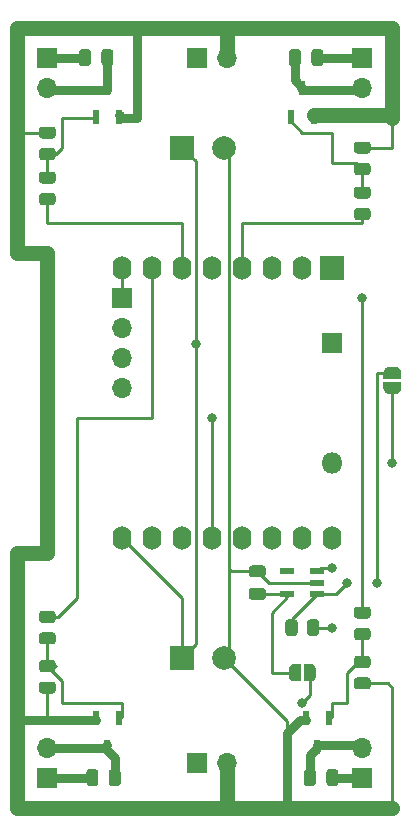
<source format=gbr>
%TF.GenerationSoftware,KiCad,Pcbnew,5.1.7-a382d34a8~88~ubuntu18.04.1*%
%TF.CreationDate,2021-04-15T09:54:52+03:00*%
%TF.ProjectId,quadimodo_pcb,71756164-696d-46f6-946f-5f7063622e6b,rev?*%
%TF.SameCoordinates,Original*%
%TF.FileFunction,Copper,L1,Top*%
%TF.FilePolarity,Positive*%
%FSLAX46Y46*%
G04 Gerber Fmt 4.6, Leading zero omitted, Abs format (unit mm)*
G04 Created by KiCad (PCBNEW 5.1.7-a382d34a8~88~ubuntu18.04.1) date 2021-04-15 09:54:52*
%MOMM*%
%LPD*%
G01*
G04 APERTURE LIST*
%TA.AperFunction,SMDPad,CuDef*%
%ADD10R,0.600000X1.200000*%
%TD*%
%TA.AperFunction,SMDPad,CuDef*%
%ADD11C,0.100000*%
%TD*%
%TA.AperFunction,SMDPad,CuDef*%
%ADD12R,1.210000X0.590000*%
%TD*%
%TA.AperFunction,ComponentPad*%
%ADD13O,1.700000X1.700000*%
%TD*%
%TA.AperFunction,ComponentPad*%
%ADD14R,1.700000X1.700000*%
%TD*%
%TA.AperFunction,ComponentPad*%
%ADD15O,1.600000X2.000000*%
%TD*%
%TA.AperFunction,ComponentPad*%
%ADD16R,2.000000X2.000000*%
%TD*%
%TA.AperFunction,ComponentPad*%
%ADD17C,2.000000*%
%TD*%
%TA.AperFunction,ComponentPad*%
%ADD18O,1.800000X1.800000*%
%TD*%
%TA.AperFunction,ComponentPad*%
%ADD19R,1.800000X1.800000*%
%TD*%
%TA.AperFunction,ViaPad*%
%ADD20C,0.800000*%
%TD*%
%TA.AperFunction,Conductor*%
%ADD21C,0.250000*%
%TD*%
%TA.AperFunction,Conductor*%
%ADD22C,0.780000*%
%TD*%
%TA.AperFunction,Conductor*%
%ADD23C,1.270000*%
%TD*%
G04 APERTURE END LIST*
D10*
%TO.P,Q4,1*%
%TO.N,Net-(Q4-Pad1)*%
X33340000Y-34270000D03*
%TO.P,Q4,2*%
%TO.N,GND*%
X35240000Y-34270000D03*
%TO.P,Q4,3*%
%TO.N,Net-(C7-Pad1)*%
X34290000Y-31770000D03*
%TD*%
%TO.P,Q3,1*%
%TO.N,Net-(Q3-Pad1)*%
X35240000Y-85110000D03*
%TO.P,Q3,2*%
%TO.N,GND*%
X33340000Y-85110000D03*
%TO.P,Q3,3*%
%TO.N,Net-(C6-Pad1)*%
X34290000Y-87610000D03*
%TD*%
%TO.P,Q2,1*%
%TO.N,Net-(Q2-Pad1)*%
X49850000Y-34270000D03*
%TO.P,Q2,2*%
%TO.N,GND*%
X51750000Y-34270000D03*
%TO.P,Q2,3*%
%TO.N,Net-(C5-Pad1)*%
X50800000Y-31770000D03*
%TD*%
%TO.P,Q1,1*%
%TO.N,Net-(Q1-Pad1)*%
X53020000Y-85110000D03*
%TO.P,Q1,2*%
%TO.N,GND*%
X51120000Y-85110000D03*
%TO.P,Q1,3*%
%TO.N,Net-(C4-Pad1)*%
X52070000Y-87610000D03*
%TD*%
%TA.AperFunction,SMDPad,CuDef*%
D11*
%TO.P,JP1,2*%
%TO.N,Net-(C2-Pad1)*%
G36*
X50150000Y-82029398D02*
G01*
X50125466Y-82029398D01*
X50076635Y-82024588D01*
X50028510Y-82015016D01*
X49981555Y-82000772D01*
X49936222Y-81981995D01*
X49892949Y-81958864D01*
X49852150Y-81931604D01*
X49814221Y-81900476D01*
X49779524Y-81865779D01*
X49748396Y-81827850D01*
X49721136Y-81787051D01*
X49698005Y-81743778D01*
X49679228Y-81698445D01*
X49664984Y-81651490D01*
X49655412Y-81603365D01*
X49650602Y-81554534D01*
X49650602Y-81530000D01*
X49650000Y-81530000D01*
X49650000Y-81030000D01*
X49650602Y-81030000D01*
X49650602Y-81005466D01*
X49655412Y-80956635D01*
X49664984Y-80908510D01*
X49679228Y-80861555D01*
X49698005Y-80816222D01*
X49721136Y-80772949D01*
X49748396Y-80732150D01*
X49779524Y-80694221D01*
X49814221Y-80659524D01*
X49852150Y-80628396D01*
X49892949Y-80601136D01*
X49936222Y-80578005D01*
X49981555Y-80559228D01*
X50028510Y-80544984D01*
X50076635Y-80535412D01*
X50125466Y-80530602D01*
X50150000Y-80530602D01*
X50150000Y-80530000D01*
X50650000Y-80530000D01*
X50650000Y-82030000D01*
X50150000Y-82030000D01*
X50150000Y-82029398D01*
G37*
%TD.AperFunction*%
%TA.AperFunction,SMDPad,CuDef*%
%TO.P,JP1,1*%
%TO.N,Net-(J2-Pad1)*%
G36*
X50950000Y-80530000D02*
G01*
X51450000Y-80530000D01*
X51450000Y-80530602D01*
X51474534Y-80530602D01*
X51523365Y-80535412D01*
X51571490Y-80544984D01*
X51618445Y-80559228D01*
X51663778Y-80578005D01*
X51707051Y-80601136D01*
X51747850Y-80628396D01*
X51785779Y-80659524D01*
X51820476Y-80694221D01*
X51851604Y-80732150D01*
X51878864Y-80772949D01*
X51901995Y-80816222D01*
X51920772Y-80861555D01*
X51935016Y-80908510D01*
X51944588Y-80956635D01*
X51949398Y-81005466D01*
X51949398Y-81030000D01*
X51950000Y-81030000D01*
X51950000Y-81530000D01*
X51949398Y-81530000D01*
X51949398Y-81554534D01*
X51944588Y-81603365D01*
X51935016Y-81651490D01*
X51920772Y-81698445D01*
X51901995Y-81743778D01*
X51878864Y-81787051D01*
X51851604Y-81827850D01*
X51820476Y-81865779D01*
X51785779Y-81900476D01*
X51747850Y-81931604D01*
X51707051Y-81958864D01*
X51663778Y-81981995D01*
X51618445Y-82000772D01*
X51571490Y-82015016D01*
X51523365Y-82024588D01*
X51474534Y-82029398D01*
X51450000Y-82029398D01*
X51450000Y-82030000D01*
X50950000Y-82030000D01*
X50950000Y-80530000D01*
G37*
%TD.AperFunction*%
%TD*%
%TA.AperFunction,SMDPad,CuDef*%
%TO.P,JP2,2*%
%TO.N,Net-(JP2-Pad2)*%
G36*
X57670602Y-55880000D02*
G01*
X57670602Y-55855466D01*
X57675412Y-55806635D01*
X57684984Y-55758510D01*
X57699228Y-55711555D01*
X57718005Y-55666222D01*
X57741136Y-55622949D01*
X57768396Y-55582150D01*
X57799524Y-55544221D01*
X57834221Y-55509524D01*
X57872150Y-55478396D01*
X57912949Y-55451136D01*
X57956222Y-55428005D01*
X58001555Y-55409228D01*
X58048510Y-55394984D01*
X58096635Y-55385412D01*
X58145466Y-55380602D01*
X58170000Y-55380602D01*
X58170000Y-55380000D01*
X58670000Y-55380000D01*
X58670000Y-55380602D01*
X58694534Y-55380602D01*
X58743365Y-55385412D01*
X58791490Y-55394984D01*
X58838445Y-55409228D01*
X58883778Y-55428005D01*
X58927051Y-55451136D01*
X58967850Y-55478396D01*
X59005779Y-55509524D01*
X59040476Y-55544221D01*
X59071604Y-55582150D01*
X59098864Y-55622949D01*
X59121995Y-55666222D01*
X59140772Y-55711555D01*
X59155016Y-55758510D01*
X59164588Y-55806635D01*
X59169398Y-55855466D01*
X59169398Y-55880000D01*
X59170000Y-55880000D01*
X59170000Y-56380000D01*
X57670000Y-56380000D01*
X57670000Y-55880000D01*
X57670602Y-55880000D01*
G37*
%TD.AperFunction*%
%TA.AperFunction,SMDPad,CuDef*%
%TO.P,JP2,1*%
%TO.N,Net-(C4-Pad2)*%
G36*
X59170000Y-56680000D02*
G01*
X59170000Y-57180000D01*
X59169398Y-57180000D01*
X59169398Y-57204534D01*
X59164588Y-57253365D01*
X59155016Y-57301490D01*
X59140772Y-57348445D01*
X59121995Y-57393778D01*
X59098864Y-57437051D01*
X59071604Y-57477850D01*
X59040476Y-57515779D01*
X59005779Y-57550476D01*
X58967850Y-57581604D01*
X58927051Y-57608864D01*
X58883778Y-57631995D01*
X58838445Y-57650772D01*
X58791490Y-57665016D01*
X58743365Y-57674588D01*
X58694534Y-57679398D01*
X58670000Y-57679398D01*
X58670000Y-57680000D01*
X58170000Y-57680000D01*
X58170000Y-57679398D01*
X58145466Y-57679398D01*
X58096635Y-57674588D01*
X58048510Y-57665016D01*
X58001555Y-57650772D01*
X57956222Y-57631995D01*
X57912949Y-57608864D01*
X57872150Y-57581604D01*
X57834221Y-57550476D01*
X57799524Y-57515779D01*
X57768396Y-57477850D01*
X57741136Y-57437051D01*
X57718005Y-57393778D01*
X57699228Y-57348445D01*
X57684984Y-57301490D01*
X57675412Y-57253365D01*
X57670602Y-57204534D01*
X57670602Y-57180000D01*
X57670000Y-57180000D01*
X57670000Y-56680000D01*
X59170000Y-56680000D01*
G37*
%TD.AperFunction*%
%TD*%
D12*
%TO.P,U2,1*%
%TO.N,Net-(JP2-Pad2)*%
X52055000Y-74610000D03*
%TO.P,U2,2*%
%TO.N,GND*%
X52055000Y-73660000D03*
%TO.P,U2,3*%
%TO.N,Net-(R9-Pad2)*%
X52055000Y-72710000D03*
%TO.P,U2,4*%
%TO.N,N/C*%
X49545000Y-72710000D03*
%TO.P,U2,5*%
%TO.N,Net-(C2-Pad1)*%
X49545000Y-74610000D03*
%TD*%
%TO.P,R9,2*%
%TO.N,Net-(R9-Pad2)*%
%TA.AperFunction,SMDPad,CuDef*%
G36*
G01*
X51200000Y-77920002D02*
X51200000Y-77019998D01*
G75*
G02*
X51449998Y-76770000I249998J0D01*
G01*
X51975002Y-76770000D01*
G75*
G02*
X52225000Y-77019998I0J-249998D01*
G01*
X52225000Y-77920002D01*
G75*
G02*
X51975002Y-78170000I-249998J0D01*
G01*
X51449998Y-78170000D01*
G75*
G02*
X51200000Y-77920002I0J249998D01*
G01*
G37*
%TD.AperFunction*%
%TO.P,R9,1*%
%TO.N,Net-(JP2-Pad2)*%
%TA.AperFunction,SMDPad,CuDef*%
G36*
G01*
X49375000Y-77920002D02*
X49375000Y-77019998D01*
G75*
G02*
X49624998Y-76770000I249998J0D01*
G01*
X50150002Y-76770000D01*
G75*
G02*
X50400000Y-77019998I0J-249998D01*
G01*
X50400000Y-77920002D01*
G75*
G02*
X50150002Y-78170000I-249998J0D01*
G01*
X49624998Y-78170000D01*
G75*
G02*
X49375000Y-77920002I0J249998D01*
G01*
G37*
%TD.AperFunction*%
%TD*%
D13*
%TO.P,J7,2*%
%TO.N,GND*%
X44450000Y-29210000D03*
D14*
%TO.P,J7,1*%
%TO.N,Net-(C4-Pad2)*%
X41910000Y-29210000D03*
%TD*%
%TO.P,C7,2*%
%TO.N,Net-(C4-Pad2)*%
%TA.AperFunction,SMDPad,CuDef*%
G36*
G01*
X32890000Y-28735000D02*
X32890000Y-29685000D01*
G75*
G02*
X32640000Y-29935000I-250000J0D01*
G01*
X32140000Y-29935000D01*
G75*
G02*
X31890000Y-29685000I0J250000D01*
G01*
X31890000Y-28735000D01*
G75*
G02*
X32140000Y-28485000I250000J0D01*
G01*
X32640000Y-28485000D01*
G75*
G02*
X32890000Y-28735000I0J-250000D01*
G01*
G37*
%TD.AperFunction*%
%TO.P,C7,1*%
%TO.N,Net-(C7-Pad1)*%
%TA.AperFunction,SMDPad,CuDef*%
G36*
G01*
X34790000Y-28735000D02*
X34790000Y-29685000D01*
G75*
G02*
X34540000Y-29935000I-250000J0D01*
G01*
X34040000Y-29935000D01*
G75*
G02*
X33790000Y-29685000I0J250000D01*
G01*
X33790000Y-28735000D01*
G75*
G02*
X34040000Y-28485000I250000J0D01*
G01*
X34540000Y-28485000D01*
G75*
G02*
X34790000Y-28735000I0J-250000D01*
G01*
G37*
%TD.AperFunction*%
%TD*%
%TO.P,C6,2*%
%TO.N,Net-(C4-Pad2)*%
%TA.AperFunction,SMDPad,CuDef*%
G36*
G01*
X33520000Y-89695000D02*
X33520000Y-90645000D01*
G75*
G02*
X33270000Y-90895000I-250000J0D01*
G01*
X32770000Y-90895000D01*
G75*
G02*
X32520000Y-90645000I0J250000D01*
G01*
X32520000Y-89695000D01*
G75*
G02*
X32770000Y-89445000I250000J0D01*
G01*
X33270000Y-89445000D01*
G75*
G02*
X33520000Y-89695000I0J-250000D01*
G01*
G37*
%TD.AperFunction*%
%TO.P,C6,1*%
%TO.N,Net-(C6-Pad1)*%
%TA.AperFunction,SMDPad,CuDef*%
G36*
G01*
X35420000Y-89695000D02*
X35420000Y-90645000D01*
G75*
G02*
X35170000Y-90895000I-250000J0D01*
G01*
X34670000Y-90895000D01*
G75*
G02*
X34420000Y-90645000I0J250000D01*
G01*
X34420000Y-89695000D01*
G75*
G02*
X34670000Y-89445000I250000J0D01*
G01*
X35170000Y-89445000D01*
G75*
G02*
X35420000Y-89695000I0J-250000D01*
G01*
G37*
%TD.AperFunction*%
%TD*%
%TO.P,C5,2*%
%TO.N,Net-(C4-Pad2)*%
%TA.AperFunction,SMDPad,CuDef*%
G36*
G01*
X51570000Y-29685000D02*
X51570000Y-28735000D01*
G75*
G02*
X51820000Y-28485000I250000J0D01*
G01*
X52320000Y-28485000D01*
G75*
G02*
X52570000Y-28735000I0J-250000D01*
G01*
X52570000Y-29685000D01*
G75*
G02*
X52320000Y-29935000I-250000J0D01*
G01*
X51820000Y-29935000D01*
G75*
G02*
X51570000Y-29685000I0J250000D01*
G01*
G37*
%TD.AperFunction*%
%TO.P,C5,1*%
%TO.N,Net-(C5-Pad1)*%
%TA.AperFunction,SMDPad,CuDef*%
G36*
G01*
X49670000Y-29685000D02*
X49670000Y-28735000D01*
G75*
G02*
X49920000Y-28485000I250000J0D01*
G01*
X50420000Y-28485000D01*
G75*
G02*
X50670000Y-28735000I0J-250000D01*
G01*
X50670000Y-29685000D01*
G75*
G02*
X50420000Y-29935000I-250000J0D01*
G01*
X49920000Y-29935000D01*
G75*
G02*
X49670000Y-29685000I0J250000D01*
G01*
G37*
%TD.AperFunction*%
%TD*%
%TO.P,C4,2*%
%TO.N,Net-(C4-Pad2)*%
%TA.AperFunction,SMDPad,CuDef*%
G36*
G01*
X52840000Y-90645000D02*
X52840000Y-89695000D01*
G75*
G02*
X53090000Y-89445000I250000J0D01*
G01*
X53590000Y-89445000D01*
G75*
G02*
X53840000Y-89695000I0J-250000D01*
G01*
X53840000Y-90645000D01*
G75*
G02*
X53590000Y-90895000I-250000J0D01*
G01*
X53090000Y-90895000D01*
G75*
G02*
X52840000Y-90645000I0J250000D01*
G01*
G37*
%TD.AperFunction*%
%TO.P,C4,1*%
%TO.N,Net-(C4-Pad1)*%
%TA.AperFunction,SMDPad,CuDef*%
G36*
G01*
X50940000Y-90645000D02*
X50940000Y-89695000D01*
G75*
G02*
X51190000Y-89445000I250000J0D01*
G01*
X51690000Y-89445000D01*
G75*
G02*
X51940000Y-89695000I0J-250000D01*
G01*
X51940000Y-90645000D01*
G75*
G02*
X51690000Y-90895000I-250000J0D01*
G01*
X51190000Y-90895000D01*
G75*
G02*
X50940000Y-90645000I0J250000D01*
G01*
G37*
%TD.AperFunction*%
%TD*%
%TO.P,C2,2*%
%TO.N,GND*%
%TA.AperFunction,SMDPad,CuDef*%
G36*
G01*
X47465000Y-73210000D02*
X46515000Y-73210000D01*
G75*
G02*
X46265000Y-72960000I0J250000D01*
G01*
X46265000Y-72460000D01*
G75*
G02*
X46515000Y-72210000I250000J0D01*
G01*
X47465000Y-72210000D01*
G75*
G02*
X47715000Y-72460000I0J-250000D01*
G01*
X47715000Y-72960000D01*
G75*
G02*
X47465000Y-73210000I-250000J0D01*
G01*
G37*
%TD.AperFunction*%
%TO.P,C2,1*%
%TO.N,Net-(C2-Pad1)*%
%TA.AperFunction,SMDPad,CuDef*%
G36*
G01*
X47465000Y-75110000D02*
X46515000Y-75110000D01*
G75*
G02*
X46265000Y-74860000I0J250000D01*
G01*
X46265000Y-74360000D01*
G75*
G02*
X46515000Y-74110000I250000J0D01*
G01*
X47465000Y-74110000D01*
G75*
G02*
X47715000Y-74360000I0J-250000D01*
G01*
X47715000Y-74860000D01*
G75*
G02*
X47465000Y-75110000I-250000J0D01*
G01*
G37*
%TD.AperFunction*%
%TD*%
D15*
%TO.P,U1,16*%
%TO.N,Net-(U1-Pad16)*%
X53340000Y-69850000D03*
%TO.P,U1,15*%
%TO.N,Net-(U1-Pad15)*%
X50800000Y-69850000D03*
%TO.P,U1,14*%
%TO.N,Net-(J2-Pad3)*%
X48260000Y-69850000D03*
%TO.P,U1,13*%
%TO.N,Net-(J2-Pad4)*%
X45720000Y-69850000D03*
%TO.P,U1,12*%
%TO.N,Net-(J2-Pad2)*%
X43180000Y-69850000D03*
%TO.P,U1,11*%
%TO.N,Net-(U1-Pad11)*%
X40640000Y-69850000D03*
%TO.P,U1,10*%
%TO.N,GND*%
X38100000Y-69850000D03*
%TO.P,U1,9*%
%TO.N,Net-(C1-Pad1)*%
X35560000Y-69850000D03*
%TO.P,U1,8*%
%TO.N,Net-(J2-Pad1)*%
X35560000Y-46990000D03*
%TO.P,U1,7*%
%TO.N,Net-(R4-Pad2)*%
X38100000Y-46990000D03*
%TO.P,U1,6*%
%TO.N,Net-(R7-Pad2)*%
X40640000Y-46990000D03*
%TO.P,U1,5*%
%TO.N,Net-(R1-Pad2)*%
X43180000Y-46990000D03*
%TO.P,U1,4*%
%TO.N,Net-(R3-Pad2)*%
X45720000Y-46990000D03*
%TO.P,U1,3*%
%TO.N,Net-(U1-Pad3)*%
X48260000Y-46990000D03*
D16*
%TO.P,U1,1*%
%TO.N,Net-(U1-Pad1)*%
X53340000Y-46990000D03*
D15*
%TO.P,U1,2*%
%TO.N,Net-(U1-Pad2)*%
X50800000Y-46990000D03*
%TD*%
D17*
%TO.P,C1,2*%
%TO.N,GND*%
X44140000Y-36830000D03*
D16*
%TO.P,C1,1*%
%TO.N,Net-(C1-Pad1)*%
X40640000Y-36830000D03*
%TD*%
D13*
%TO.P,J6,2*%
%TO.N,Net-(C7-Pad1)*%
X29210000Y-31750000D03*
D14*
%TO.P,J6,1*%
%TO.N,Net-(C4-Pad2)*%
X29210000Y-29210000D03*
%TD*%
D13*
%TO.P,J5,2*%
%TO.N,Net-(C6-Pad1)*%
X29210000Y-87630000D03*
D14*
%TO.P,J5,1*%
%TO.N,Net-(C4-Pad2)*%
X29210000Y-90170000D03*
%TD*%
D13*
%TO.P,J4,2*%
%TO.N,Net-(C5-Pad1)*%
X55880000Y-31750000D03*
D14*
%TO.P,J4,1*%
%TO.N,Net-(C4-Pad2)*%
X55880000Y-29210000D03*
%TD*%
D13*
%TO.P,J3,2*%
%TO.N,Net-(C4-Pad1)*%
X55880000Y-87630000D03*
D14*
%TO.P,J3,1*%
%TO.N,Net-(C4-Pad2)*%
X55880000Y-90170000D03*
%TD*%
D13*
%TO.P,J2,4*%
%TO.N,Net-(J2-Pad4)*%
X35560000Y-57150000D03*
%TO.P,J2,3*%
%TO.N,Net-(J2-Pad3)*%
X35560000Y-54610000D03*
%TO.P,J2,2*%
%TO.N,Net-(J2-Pad2)*%
X35560000Y-52070000D03*
D14*
%TO.P,J2,1*%
%TO.N,Net-(J2-Pad1)*%
X35560000Y-49530000D03*
%TD*%
D13*
%TO.P,J1,2*%
%TO.N,GND*%
X44450000Y-88900000D03*
D14*
%TO.P,J1,1*%
%TO.N,Net-(C4-Pad2)*%
X41910000Y-88900000D03*
%TD*%
%TO.P,R8,2*%
%TO.N,GND*%
%TA.AperFunction,SMDPad,CuDef*%
G36*
G01*
X29660002Y-36072500D02*
X28759998Y-36072500D01*
G75*
G02*
X28510000Y-35822502I0J249998D01*
G01*
X28510000Y-35297498D01*
G75*
G02*
X28759998Y-35047500I249998J0D01*
G01*
X29660002Y-35047500D01*
G75*
G02*
X29910000Y-35297498I0J-249998D01*
G01*
X29910000Y-35822502D01*
G75*
G02*
X29660002Y-36072500I-249998J0D01*
G01*
G37*
%TD.AperFunction*%
%TO.P,R8,1*%
%TO.N,Net-(Q4-Pad1)*%
%TA.AperFunction,SMDPad,CuDef*%
G36*
G01*
X29660002Y-37897500D02*
X28759998Y-37897500D01*
G75*
G02*
X28510000Y-37647502I0J249998D01*
G01*
X28510000Y-37122498D01*
G75*
G02*
X28759998Y-36872500I249998J0D01*
G01*
X29660002Y-36872500D01*
G75*
G02*
X29910000Y-37122498I0J-249998D01*
G01*
X29910000Y-37647502D01*
G75*
G02*
X29660002Y-37897500I-249998J0D01*
G01*
G37*
%TD.AperFunction*%
%TD*%
%TO.P,R7,2*%
%TO.N,Net-(R7-Pad2)*%
%TA.AperFunction,SMDPad,CuDef*%
G36*
G01*
X28759998Y-40682500D02*
X29660002Y-40682500D01*
G75*
G02*
X29910000Y-40932498I0J-249998D01*
G01*
X29910000Y-41457502D01*
G75*
G02*
X29660002Y-41707500I-249998J0D01*
G01*
X28759998Y-41707500D01*
G75*
G02*
X28510000Y-41457502I0J249998D01*
G01*
X28510000Y-40932498D01*
G75*
G02*
X28759998Y-40682500I249998J0D01*
G01*
G37*
%TD.AperFunction*%
%TO.P,R7,1*%
%TO.N,Net-(Q4-Pad1)*%
%TA.AperFunction,SMDPad,CuDef*%
G36*
G01*
X28759998Y-38857500D02*
X29660002Y-38857500D01*
G75*
G02*
X29910000Y-39107498I0J-249998D01*
G01*
X29910000Y-39632502D01*
G75*
G02*
X29660002Y-39882500I-249998J0D01*
G01*
X28759998Y-39882500D01*
G75*
G02*
X28510000Y-39632502I0J249998D01*
G01*
X28510000Y-39107498D01*
G75*
G02*
X28759998Y-38857500I249998J0D01*
G01*
G37*
%TD.AperFunction*%
%TD*%
%TO.P,R6,2*%
%TO.N,GND*%
%TA.AperFunction,SMDPad,CuDef*%
G36*
G01*
X28759998Y-82037500D02*
X29660002Y-82037500D01*
G75*
G02*
X29910000Y-82287498I0J-249998D01*
G01*
X29910000Y-82812502D01*
G75*
G02*
X29660002Y-83062500I-249998J0D01*
G01*
X28759998Y-83062500D01*
G75*
G02*
X28510000Y-82812502I0J249998D01*
G01*
X28510000Y-82287498D01*
G75*
G02*
X28759998Y-82037500I249998J0D01*
G01*
G37*
%TD.AperFunction*%
%TO.P,R6,1*%
%TO.N,Net-(Q3-Pad1)*%
%TA.AperFunction,SMDPad,CuDef*%
G36*
G01*
X28759998Y-80212500D02*
X29660002Y-80212500D01*
G75*
G02*
X29910000Y-80462498I0J-249998D01*
G01*
X29910000Y-80987502D01*
G75*
G02*
X29660002Y-81237500I-249998J0D01*
G01*
X28759998Y-81237500D01*
G75*
G02*
X28510000Y-80987502I0J249998D01*
G01*
X28510000Y-80462498D01*
G75*
G02*
X28759998Y-80212500I249998J0D01*
G01*
G37*
%TD.AperFunction*%
%TD*%
%TO.P,R5,2*%
%TO.N,GND*%
%TA.AperFunction,SMDPad,CuDef*%
G36*
G01*
X56330002Y-37342500D02*
X55429998Y-37342500D01*
G75*
G02*
X55180000Y-37092502I0J249998D01*
G01*
X55180000Y-36567498D01*
G75*
G02*
X55429998Y-36317500I249998J0D01*
G01*
X56330002Y-36317500D01*
G75*
G02*
X56580000Y-36567498I0J-249998D01*
G01*
X56580000Y-37092502D01*
G75*
G02*
X56330002Y-37342500I-249998J0D01*
G01*
G37*
%TD.AperFunction*%
%TO.P,R5,1*%
%TO.N,Net-(Q2-Pad1)*%
%TA.AperFunction,SMDPad,CuDef*%
G36*
G01*
X56330002Y-39167500D02*
X55429998Y-39167500D01*
G75*
G02*
X55180000Y-38917502I0J249998D01*
G01*
X55180000Y-38392498D01*
G75*
G02*
X55429998Y-38142500I249998J0D01*
G01*
X56330002Y-38142500D01*
G75*
G02*
X56580000Y-38392498I0J-249998D01*
G01*
X56580000Y-38917502D01*
G75*
G02*
X56330002Y-39167500I-249998J0D01*
G01*
G37*
%TD.AperFunction*%
%TD*%
%TO.P,R4,2*%
%TO.N,Net-(R4-Pad2)*%
%TA.AperFunction,SMDPad,CuDef*%
G36*
G01*
X29660002Y-77070000D02*
X28759998Y-77070000D01*
G75*
G02*
X28510000Y-76820002I0J249998D01*
G01*
X28510000Y-76294998D01*
G75*
G02*
X28759998Y-76045000I249998J0D01*
G01*
X29660002Y-76045000D01*
G75*
G02*
X29910000Y-76294998I0J-249998D01*
G01*
X29910000Y-76820002D01*
G75*
G02*
X29660002Y-77070000I-249998J0D01*
G01*
G37*
%TD.AperFunction*%
%TO.P,R4,1*%
%TO.N,Net-(Q3-Pad1)*%
%TA.AperFunction,SMDPad,CuDef*%
G36*
G01*
X29660002Y-78895000D02*
X28759998Y-78895000D01*
G75*
G02*
X28510000Y-78645002I0J249998D01*
G01*
X28510000Y-78119998D01*
G75*
G02*
X28759998Y-77870000I249998J0D01*
G01*
X29660002Y-77870000D01*
G75*
G02*
X29910000Y-78119998I0J-249998D01*
G01*
X29910000Y-78645002D01*
G75*
G02*
X29660002Y-78895000I-249998J0D01*
G01*
G37*
%TD.AperFunction*%
%TD*%
%TO.P,R3,2*%
%TO.N,Net-(R3-Pad2)*%
%TA.AperFunction,SMDPad,CuDef*%
G36*
G01*
X55429998Y-41952500D02*
X56330002Y-41952500D01*
G75*
G02*
X56580000Y-42202498I0J-249998D01*
G01*
X56580000Y-42727502D01*
G75*
G02*
X56330002Y-42977500I-249998J0D01*
G01*
X55429998Y-42977500D01*
G75*
G02*
X55180000Y-42727502I0J249998D01*
G01*
X55180000Y-42202498D01*
G75*
G02*
X55429998Y-41952500I249998J0D01*
G01*
G37*
%TD.AperFunction*%
%TO.P,R3,1*%
%TO.N,Net-(Q2-Pad1)*%
%TA.AperFunction,SMDPad,CuDef*%
G36*
G01*
X55429998Y-40127500D02*
X56330002Y-40127500D01*
G75*
G02*
X56580000Y-40377498I0J-249998D01*
G01*
X56580000Y-40902502D01*
G75*
G02*
X56330002Y-41152500I-249998J0D01*
G01*
X55429998Y-41152500D01*
G75*
G02*
X55180000Y-40902502I0J249998D01*
G01*
X55180000Y-40377498D01*
G75*
G02*
X55429998Y-40127500I249998J0D01*
G01*
G37*
%TD.AperFunction*%
%TD*%
D18*
%TO.P,D1,2*%
%TO.N,Net-(C4-Pad2)*%
X53340000Y-63500000D03*
D19*
%TO.P,D1,1*%
%TO.N,Net-(C1-Pad1)*%
X53340000Y-53340000D03*
%TD*%
D17*
%TO.P,C3,2*%
%TO.N,GND*%
X44140000Y-80010000D03*
D16*
%TO.P,C3,1*%
%TO.N,Net-(C1-Pad1)*%
X40640000Y-80010000D03*
%TD*%
%TO.P,R2,2*%
%TO.N,GND*%
%TA.AperFunction,SMDPad,CuDef*%
G36*
G01*
X55429998Y-81680000D02*
X56330002Y-81680000D01*
G75*
G02*
X56580000Y-81929998I0J-249998D01*
G01*
X56580000Y-82455002D01*
G75*
G02*
X56330002Y-82705000I-249998J0D01*
G01*
X55429998Y-82705000D01*
G75*
G02*
X55180000Y-82455002I0J249998D01*
G01*
X55180000Y-81929998D01*
G75*
G02*
X55429998Y-81680000I249998J0D01*
G01*
G37*
%TD.AperFunction*%
%TO.P,R2,1*%
%TO.N,Net-(Q1-Pad1)*%
%TA.AperFunction,SMDPad,CuDef*%
G36*
G01*
X55429998Y-79855000D02*
X56330002Y-79855000D01*
G75*
G02*
X56580000Y-80104998I0J-249998D01*
G01*
X56580000Y-80630002D01*
G75*
G02*
X56330002Y-80880000I-249998J0D01*
G01*
X55429998Y-80880000D01*
G75*
G02*
X55180000Y-80630002I0J249998D01*
G01*
X55180000Y-80104998D01*
G75*
G02*
X55429998Y-79855000I249998J0D01*
G01*
G37*
%TD.AperFunction*%
%TD*%
%TO.P,R1,2*%
%TO.N,Net-(R1-Pad2)*%
%TA.AperFunction,SMDPad,CuDef*%
G36*
G01*
X56330002Y-76712500D02*
X55429998Y-76712500D01*
G75*
G02*
X55180000Y-76462502I0J249998D01*
G01*
X55180000Y-75937498D01*
G75*
G02*
X55429998Y-75687500I249998J0D01*
G01*
X56330002Y-75687500D01*
G75*
G02*
X56580000Y-75937498I0J-249998D01*
G01*
X56580000Y-76462502D01*
G75*
G02*
X56330002Y-76712500I-249998J0D01*
G01*
G37*
%TD.AperFunction*%
%TO.P,R1,1*%
%TO.N,Net-(Q1-Pad1)*%
%TA.AperFunction,SMDPad,CuDef*%
G36*
G01*
X56330002Y-78537500D02*
X55429998Y-78537500D01*
G75*
G02*
X55180000Y-78287502I0J249998D01*
G01*
X55180000Y-77762498D01*
G75*
G02*
X55429998Y-77512500I249998J0D01*
G01*
X56330002Y-77512500D01*
G75*
G02*
X56580000Y-77762498I0J-249998D01*
G01*
X56580000Y-78287502D01*
G75*
G02*
X56330002Y-78537500I-249998J0D01*
G01*
G37*
%TD.AperFunction*%
%TD*%
D20*
%TO.N,Net-(R1-Pad2)*%
X55880000Y-49530000D03*
%TO.N,Net-(C1-Pad1)*%
X41765010Y-53484990D03*
%TO.N,Net-(J2-Pad1)*%
X50800000Y-83820000D03*
%TO.N,Net-(J2-Pad2)*%
X43180000Y-59690000D03*
%TO.N,Net-(C4-Pad2)*%
X58420000Y-63500000D03*
%TO.N,Net-(R9-Pad2)*%
X53340000Y-77470000D03*
X53340000Y-72390000D03*
%TO.N,Net-(JP2-Pad2)*%
X54610000Y-73660000D03*
X57150000Y-73660000D03*
%TD*%
D21*
%TO.N,Net-(R1-Pad2)*%
X55880000Y-76200000D02*
X55880000Y-49530000D01*
D22*
%TO.N,GND*%
X35240000Y-34070000D02*
X35340000Y-34070000D01*
X26890000Y-85310000D02*
X26670000Y-85090000D01*
D21*
X29210000Y-85090000D02*
X28990000Y-85310000D01*
X29210000Y-82550000D02*
X29210000Y-85090000D01*
D22*
X33340000Y-85310000D02*
X28990000Y-85310000D01*
X28990000Y-85310000D02*
X26890000Y-85310000D01*
X51120000Y-85310000D02*
X50580000Y-85310000D01*
X50580000Y-85310000D02*
X49530000Y-86360000D01*
X49530000Y-86360000D02*
X49530000Y-92710000D01*
D21*
X55880000Y-82192500D02*
X58062500Y-82192500D01*
X58420000Y-82550000D02*
X58420000Y-92710000D01*
X58062500Y-82192500D02*
X58420000Y-82550000D01*
X29210000Y-35560000D02*
X26670000Y-35560000D01*
D22*
X35460000Y-34290000D02*
X35240000Y-34070000D01*
X36830000Y-34290000D02*
X35460000Y-34290000D01*
D21*
X55880000Y-36830000D02*
X58420000Y-36830000D01*
X44594990Y-79555010D02*
X44140000Y-80010000D01*
X44140000Y-36830000D02*
X44594990Y-37284990D01*
X49530000Y-85400000D02*
X49530000Y-86360000D01*
X44140000Y-80010000D02*
X49530000Y-85400000D01*
D23*
X58200000Y-34070000D02*
X58420000Y-34290000D01*
X51750000Y-34070000D02*
X58200000Y-34070000D01*
D21*
X58420000Y-36830000D02*
X58420000Y-34290000D01*
X58420000Y-34290000D02*
X58420000Y-33850000D01*
D23*
X58420000Y-34290000D02*
X58420000Y-26670000D01*
D22*
X36830000Y-26670000D02*
X36830000Y-34290000D01*
D23*
X36830000Y-26670000D02*
X26670000Y-26670000D01*
X29210000Y-45720000D02*
X29210000Y-71120000D01*
X26670000Y-45720000D02*
X29210000Y-45720000D01*
X26670000Y-26670000D02*
X26670000Y-45720000D01*
X29210000Y-71120000D02*
X26670000Y-71120000D01*
X26670000Y-71120000D02*
X26670000Y-85090000D01*
X26670000Y-85090000D02*
X26670000Y-92710000D01*
X44450000Y-88900000D02*
X44450000Y-92710000D01*
X26670000Y-92710000D02*
X44450000Y-92710000D01*
X44450000Y-92710000D02*
X58420000Y-92710000D01*
D21*
X44770000Y-72710000D02*
X44594990Y-72534990D01*
X44594990Y-37284990D02*
X44594990Y-72534990D01*
X46990000Y-72710000D02*
X44770000Y-72710000D01*
X44594990Y-72534990D02*
X44594990Y-79555010D01*
X47940000Y-73660000D02*
X46990000Y-72710000D01*
X52055000Y-73660000D02*
X47940000Y-73660000D01*
D23*
X44450000Y-29210000D02*
X44450000Y-26670000D01*
X58420000Y-26670000D02*
X44450000Y-26670000D01*
X44450000Y-26670000D02*
X36830000Y-26670000D01*
D21*
%TO.N,Net-(C1-Pad1)*%
X41765010Y-37955010D02*
X40640000Y-36830000D01*
X40640000Y-80010000D02*
X41765010Y-78884990D01*
X41765010Y-78884990D02*
X41765010Y-53484990D01*
X41765010Y-53484990D02*
X41765010Y-37955010D01*
X40640000Y-74930000D02*
X35560000Y-69850000D01*
X40640000Y-80010000D02*
X40640000Y-74930000D01*
%TO.N,Net-(J2-Pad1)*%
X35560000Y-49530000D02*
X35560000Y-46990000D01*
X51450000Y-81280000D02*
X51450000Y-83170000D01*
X51450000Y-83170000D02*
X50800000Y-83820000D01*
%TO.N,Net-(R3-Pad2)*%
X45720000Y-43180000D02*
X45720000Y-46990000D01*
X45720000Y-43180000D02*
X55880000Y-43180000D01*
X55880000Y-43180000D02*
X55880000Y-42465000D01*
%TO.N,Net-(R4-Pad2)*%
X29210000Y-76557500D02*
X30122500Y-76557500D01*
X30122500Y-76557500D02*
X31750000Y-74930000D01*
X31750000Y-74930000D02*
X31750000Y-59690000D01*
X31750000Y-59690000D02*
X38100000Y-59690000D01*
X38100000Y-59690000D02*
X38100000Y-46990000D01*
%TO.N,Net-(R7-Pad2)*%
X40640000Y-43180000D02*
X40640000Y-46990000D01*
X29210000Y-41195000D02*
X29210000Y-43180000D01*
X29210000Y-43180000D02*
X40640000Y-43180000D01*
%TO.N,Net-(Q1-Pad1)*%
X53020000Y-85310000D02*
X53020000Y-85052500D01*
X55880000Y-78025000D02*
X55880000Y-80367500D01*
X55880000Y-80367500D02*
X55522500Y-80367500D01*
X55522500Y-80367500D02*
X54610000Y-81280000D01*
X54610000Y-81280000D02*
X54610000Y-83820000D01*
X54610000Y-83820000D02*
X53340000Y-83820000D01*
X53340000Y-84990000D02*
X53020000Y-85310000D01*
X53340000Y-83820000D02*
X53340000Y-84990000D01*
%TO.N,Net-(Q2-Pad1)*%
X49850000Y-34070000D02*
X49850000Y-34610000D01*
X49850000Y-34610000D02*
X50800000Y-35560000D01*
X50800000Y-35560000D02*
X53340000Y-35560000D01*
X53340000Y-35560000D02*
X53340000Y-38100000D01*
X55325000Y-38100000D02*
X55880000Y-38655000D01*
X53340000Y-38100000D02*
X55325000Y-38100000D01*
X55880000Y-38655000D02*
X55880000Y-40640000D01*
%TO.N,Net-(Q3-Pad1)*%
X29210000Y-80725000D02*
X29925000Y-80725000D01*
X29210000Y-80725000D02*
X29210000Y-78382500D01*
X29210000Y-80725000D02*
X30480000Y-81995000D01*
X30480000Y-81995000D02*
X30480000Y-83820000D01*
X30480000Y-83820000D02*
X35560000Y-83820000D01*
X35560000Y-84990000D02*
X35240000Y-85310000D01*
X35560000Y-83820000D02*
X35560000Y-84990000D01*
%TO.N,Net-(Q4-Pad1)*%
X29210000Y-39370000D02*
X29210000Y-37385000D01*
X29210000Y-37385000D02*
X29925000Y-37385000D01*
X29925000Y-37385000D02*
X30480000Y-36830000D01*
X30480000Y-36830000D02*
X30480000Y-34290000D01*
X33120000Y-34290000D02*
X33340000Y-34070000D01*
X30480000Y-34290000D02*
X33120000Y-34290000D01*
%TO.N,Net-(J2-Pad2)*%
X43180000Y-59690000D02*
X43180000Y-69850000D01*
%TO.N,Net-(C2-Pad1)*%
X46990000Y-74610000D02*
X49545000Y-74610000D01*
X49545000Y-74610000D02*
X49545000Y-74915000D01*
X49545000Y-74915000D02*
X48260000Y-76200000D01*
X48260000Y-76200000D02*
X48260000Y-81280000D01*
X48260000Y-81280000D02*
X50150000Y-81280000D01*
D22*
%TO.N,Net-(C4-Pad2)*%
X53340000Y-90170000D02*
X55880000Y-90170000D01*
X33020000Y-90170000D02*
X29210000Y-90170000D01*
X32390000Y-29210000D02*
X29210000Y-29210000D01*
X52070000Y-29210000D02*
X55880000Y-29210000D01*
D21*
X58420000Y-57180000D02*
X58420000Y-63500000D01*
D22*
%TO.N,Net-(C4-Pad1)*%
X55660000Y-87410000D02*
X55880000Y-87630000D01*
X52070000Y-87410000D02*
X55660000Y-87410000D01*
X51440000Y-90170000D02*
X51440000Y-88260000D01*
X52070000Y-87630000D02*
X52070000Y-87410000D01*
X51440000Y-88260000D02*
X52070000Y-87630000D01*
%TO.N,Net-(C5-Pad1)*%
X55660000Y-31970000D02*
X55880000Y-31750000D01*
X50800000Y-31970000D02*
X55660000Y-31970000D01*
X50170000Y-29210000D02*
X50170000Y-31120000D01*
X50800000Y-31750000D02*
X50800000Y-31970000D01*
X50170000Y-31120000D02*
X50800000Y-31750000D01*
%TO.N,Net-(C6-Pad1)*%
X29430000Y-87410000D02*
X29210000Y-87630000D01*
X34070000Y-87630000D02*
X34290000Y-87410000D01*
X29210000Y-87630000D02*
X34070000Y-87630000D01*
X34920000Y-88480000D02*
X34070000Y-87630000D01*
X34920000Y-90170000D02*
X34920000Y-88480000D01*
%TO.N,Net-(C7-Pad1)*%
X29430000Y-31970000D02*
X29210000Y-31750000D01*
X34290000Y-31970000D02*
X29430000Y-31970000D01*
X34290000Y-29210000D02*
X34290000Y-31970000D01*
D21*
%TO.N,Net-(R9-Pad2)*%
X51712500Y-77470000D02*
X53340000Y-77470000D01*
X52375000Y-72390000D02*
X52055000Y-72710000D01*
X53340000Y-72390000D02*
X52375000Y-72390000D01*
%TO.N,Net-(JP2-Pad2)*%
X49887500Y-76777500D02*
X52055000Y-74610000D01*
X49887500Y-77470000D02*
X49887500Y-76777500D01*
X52055000Y-74610000D02*
X53660000Y-74610000D01*
X53660000Y-74610000D02*
X54610000Y-73660000D01*
X57150000Y-73660000D02*
X57150000Y-55880000D01*
X57150000Y-55880000D02*
X58420000Y-55880000D01*
%TD*%
M02*

</source>
